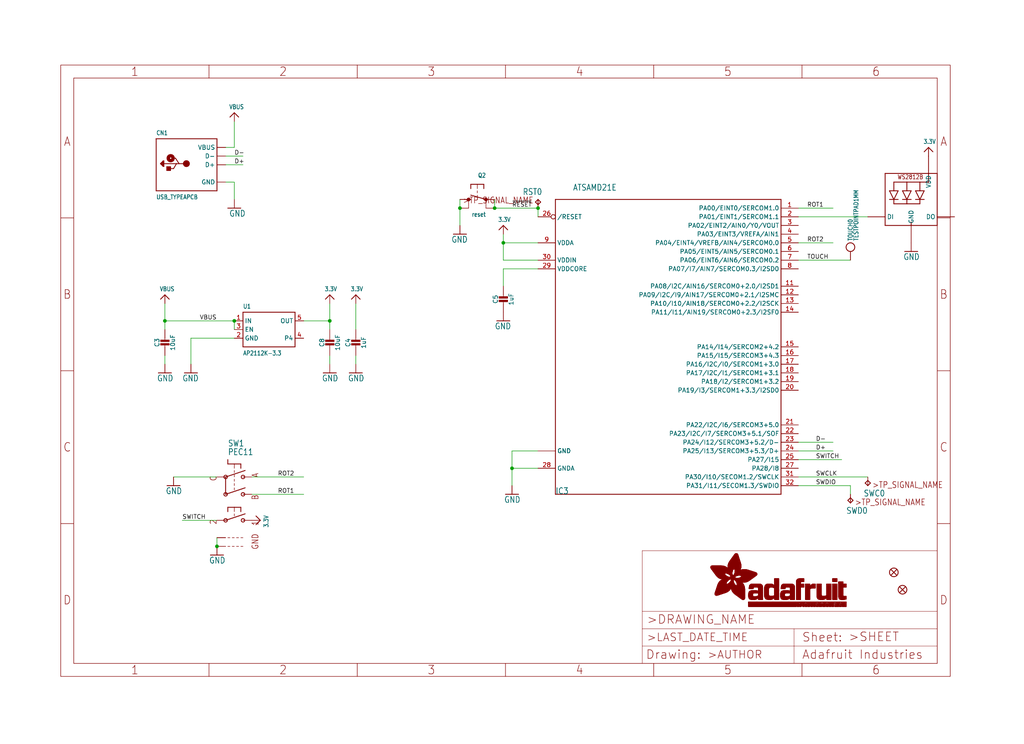
<source format=kicad_sch>
(kicad_sch (version 20211123) (generator eeschema)
  (paper "User" 299.72 217.881)
  (lib_symbols
    (symbol "eagleSchem-eagle-import:3.3V" (power)
      (property "Value" "3.3V" (at -1.524 1.016 0))
      (symbol "3.3V_1_0"
        (pin power_in line (at 0 -2.54 90) (length 2.54) (name "3.3V") (number "1"))
      )
    )
    (symbol "eagleSchem-eagle-import:ATSAMD21E"
      (property "Reference" "IC" (at -35.56 -43.18 0))
      (property "Value" "ATSAMD21E" (at -30.48 45.72 0))
      (symbol "ATSAMD21E_1_0"
        (pin bidirectional line (at 35.56 40.64 180) (length 5.08) (name "PA00/EINT0/SERCOM1.0") (number "1"))
        (pin power_in line (at -40.64 -30.48 0) (length 5.08) (name "GND") (number "10"))
        (pin bidirectional line (at 35.56 17.78 180) (length 5.08) (name "PA08/I2C/AIN16/SERCOM0+2.0/I2SD1") (number "11"))
        (pin bidirectional line (at 35.56 15.24 180) (length 5.08) (name "PA09/I2C/I9/AIN17/SERCOM0+2.1/I2SMC") (number "12"))
        (pin bidirectional line (at 35.56 12.7 180) (length 5.08) (name "PA10/I10/AIN18/SERCOM0+2.2/I2SCK") (number "13"))
        (pin bidirectional line (at 35.56 10.16 180) (length 5.08) (name "PA11/I11/AIN19/SERCOM0+2.3/I2SF0") (number "14"))
        (pin bidirectional line (at 35.56 0 180) (length 5.08) (name "PA14/I14/SERCOM2+4.2") (number "15"))
        (pin bidirectional line (at 35.56 -2.54 180) (length 5.08) (name "PA15/I15/SERCOM3+4.3") (number "16"))
        (pin bidirectional line (at 35.56 -5.08 180) (length 5.08) (name "PA16/I2C/I0/SERCOM1+3.0") (number "17"))
        (pin bidirectional line (at 35.56 -7.62 180) (length 5.08) (name "PA17/I2C/I1/SERCOM1+3.1") (number "18"))
        (pin bidirectional line (at 35.56 -10.16 180) (length 5.08) (name "PA18/I2/SERCOM1+3.2") (number "19"))
        (pin bidirectional line (at 35.56 38.1 180) (length 5.08) (name "PA01/EINT1/SERCOM1.1") (number "2"))
        (pin bidirectional line (at 35.56 -12.7 180) (length 5.08) (name "PA19/I3/SERCOM1+3.3/I2SD0") (number "20"))
        (pin bidirectional line (at 35.56 -22.86 180) (length 5.08) (name "PA22/I2C/I6/SERCOM3+5.0") (number "21"))
        (pin bidirectional line (at 35.56 -25.4 180) (length 5.08) (name "PA23/I2C/I7/SERCOM3+5.1/SOF") (number "22"))
        (pin bidirectional line (at 35.56 -27.94 180) (length 5.08) (name "PA24/I12/SERCOM3+5.2/D-") (number "23"))
        (pin bidirectional line (at 35.56 -30.48 180) (length 5.08) (name "PA25/I13/SERCOM3+5.3/D+") (number "24"))
        (pin bidirectional line (at 35.56 -33.02 180) (length 5.08) (name "PA27/I15") (number "25"))
        (pin bidirectional inverted (at -40.64 38.1 0) (length 5.08) (name "/RESET") (number "26"))
        (pin bidirectional line (at 35.56 -35.56 180) (length 5.08) (name "PA28/I8") (number "27"))
        (pin power_in line (at -40.64 -35.56 0) (length 5.08) (name "GNDA") (number "28"))
        (pin power_in line (at -40.64 22.86 0) (length 5.08) (name "VDDCORE") (number "29"))
        (pin bidirectional line (at 35.56 35.56 180) (length 5.08) (name "PA02/EINT2/AIN0/Y0/VOUT") (number "3"))
        (pin power_in line (at -40.64 25.4 0) (length 5.08) (name "VDDIN") (number "30"))
        (pin bidirectional line (at 35.56 -38.1 180) (length 5.08) (name "PA30/I10/SECOM1.2/SWCLK") (number "31"))
        (pin bidirectional line (at 35.56 -40.64 180) (length 5.08) (name "PA31/I11/SECOM1.3/SWDIO") (number "32"))
        (pin power_in line (at -40.64 -30.48 0) (length 5.08) (name "GND") (number "33"))
        (pin bidirectional line (at 35.56 33.02 180) (length 5.08) (name "PA03/EINT3/VREFA/AIN1") (number "4"))
        (pin bidirectional line (at 35.56 30.48 180) (length 5.08) (name "PA04/EINT4/VREFB/AIN4/SERCOM0.0") (number "5"))
        (pin bidirectional line (at 35.56 27.94 180) (length 5.08) (name "PA05/EINT5/AIN5/SERCOM0.1") (number "6"))
        (pin bidirectional line (at 35.56 25.4 180) (length 5.08) (name "PA06/EINT6/AIN6/SERCOM0.2") (number "7"))
        (pin bidirectional line (at 35.56 22.86 180) (length 5.08) (name "PA07/I7/AIN7/SERCOM0.3/I2SD0") (number "8"))
        (pin power_in line (at -40.64 30.48 0) (length 5.08) (name "VDDA") (number "9"))
      )
    )
    (symbol "eagleSchem-eagle-import:CAP_CERAMIC0603_NO"
      (property "Reference" "C" (at -2.29 1.25 90))
      (property "Value" "CAP_CERAMIC0603_NO" (at 2.3 1.25 90))
      (symbol "CAP_CERAMIC0603_NO_1_0"
        (pin passive line (at 0 5.08 270) (length 2.54) (name "1") (number "1"))
        (pin passive line (at 0 -2.54 90) (length 2.54) (name "2") (number "2"))
      )
    )
    (symbol "eagleSchem-eagle-import:CAP_CERAMIC0805-NOOUTLINE"
      (property "Reference" "C" (at -2.29 1.25 90))
      (property "Value" "CAP_CERAMIC0805-NOOUTLINE" (at 2.3 1.25 90))
      (symbol "CAP_CERAMIC0805-NOOUTLINE_1_0"
        (pin passive line (at 0 5.08 270) (length 2.54) (name "1") (number "1"))
        (pin passive line (at 0 -2.54 90) (length 2.54) (name "2") (number "2"))
      )
    )
    (symbol "eagleSchem-eagle-import:ENCODER_PLUS_SWITCH_PEC11"
      (property "Reference" "SW" (at -1.905 13.97 0))
      (property "Value" "ENCODER_PLUS_SWITCH_PEC11" (at -1.905 11.43 0))
      (symbol "ENCODER_PLUS_SWITCH_PEC11_1_0"
        (text "1" (at 5.08 -7.62 900) (effects (font (size 1.778 1.5113)) (justify right top)))
        (text "2" (at -5.08 -8.89 900) (effects (font (size 1.778 1.5113)) (justify left bottom)))
        (text "A" (at 5.08 6.35 900) (effects (font (size 1.778 1.5113)) (justify right top)))
        (text "B" (at 5.08 0 900) (effects (font (size 1.778 1.5113)) (justify right top)))
        (text "C" (at -5.08 3.81 900) (effects (font (size 1.778 1.5113)) (justify left bottom)))
        (text "GND" (at 5.08 -11.43 900) (effects (font (size 1.778 1.5113)) (justify right top)))
        (pin passive line (at 5.08 -7.62 180) (length 2.54) (name "P$1") (number "P$1"))
        (pin passive line (at -5.08 -7.62 0) (length 2.54) (name "P$2") (number "P$2"))
        (pin passive line (at 5.08 5.08 180) (length 2.54) (name "P$A") (number "P$A"))
        (pin passive line (at 5.08 0 180) (length 2.54) (name "P$B") (number "P$B"))
        (pin passive line (at -5.08 5.08 0) (length 2.54) (name "P$C") (number "P$C"))
        (pin passive line (at -5.08 -12.7 0) (length 2.54) (name "P$GND1") (number "P$GND1"))
        (pin passive line (at -5.08 -15.24 0) (length 2.54) (name "P$GND2") (number "P$GND2"))
      )
    )
    (symbol "eagleSchem-eagle-import:FIDUCIAL_1MM")
    (symbol "eagleSchem-eagle-import:FRAME_A4_ADAFRUIT"
      (symbol "FRAME_A4_ADAFRUIT_0_0"
        (text "1" (at 21.6958 1.905 0) (effects (font (size 2.54 2.286))))
        (text "1" (at 21.6958 177.165 0) (effects (font (size 2.54 2.286))))
        (text "2" (at 65.0875 1.905 0) (effects (font (size 2.54 2.286))))
        (text "2" (at 65.0875 177.165 0) (effects (font (size 2.54 2.286))))
        (text "3" (at 108.4792 1.905 0) (effects (font (size 2.54 2.286))))
        (text "3" (at 108.4792 177.165 0) (effects (font (size 2.54 2.286))))
        (text "4" (at 151.8708 1.905 0) (effects (font (size 2.54 2.286))))
        (text "4" (at 151.8708 177.165 0) (effects (font (size 2.54 2.286))))
        (text "5" (at 195.2625 1.905 0) (effects (font (size 2.54 2.286))))
        (text "5" (at 195.2625 177.165 0) (effects (font (size 2.54 2.286))))
        (text "6" (at 238.6542 1.905 0) (effects (font (size 2.54 2.286))))
        (text "6" (at 238.6542 177.165 0) (effects (font (size 2.54 2.286))))
        (text "A" (at 1.905 156.6863 0) (effects (font (size 2.54 2.286))))
        (text "A" (at 258.445 156.6863 0) (effects (font (size 2.54 2.286))))
        (text "B" (at 1.905 111.9188 0) (effects (font (size 2.54 2.286))))
        (text "B" (at 258.445 111.9188 0) (effects (font (size 2.54 2.286))))
        (text "C" (at 1.905 67.1513 0) (effects (font (size 2.54 2.286))))
        (text "C" (at 258.445 67.1513 0) (effects (font (size 2.54 2.286))))
        (text "D" (at 1.905 22.3838 0) (effects (font (size 2.54 2.286))))
        (text "D" (at 258.445 22.3838 0) (effects (font (size 2.54 2.286))))
      )
      (symbol "FRAME_A4_ADAFRUIT_1_0"
        (text ">AUTHOR" (at 189.23 5.08 0) (effects (font (size 2.286 2.286)) (justify left bottom)))
        (text ">DRAWING_NAME" (at 171.45 15.24 0) (effects (font (size 2.54 2.54)) (justify left bottom)))
        (text ">LAST_DATE_TIME" (at 171.45 10.16 0) (effects (font (size 2.286 2.286)) (justify left bottom)))
        (text ">SHEET" (at 230.505 10.16 0) (effects (font (size 2.54 2.54)) (justify left bottom)))
        (text "Adafruit Industries" (at 216.916 4.953 0) (effects (font (size 2.54 2.54)) (justify left bottom)))
        (text "Drawing:" (at 171.196 4.953 0) (effects (font (size 2.54 2.54)) (justify left bottom)))
        (text "Sheet:" (at 216.916 10.033 0) (effects (font (size 2.54 2.54)) (justify left bottom)))
      )
    )
    (symbol "eagleSchem-eagle-import:GND" (power)
      (property "Value" "GND" (at -2.54 -2.54 0))
      (symbol "GND_1_0"
        (pin power_in line (at 0 2.54 270) (length 2.54) (name "GND") (number "1"))
      )
    )
    (symbol "eagleSchem-eagle-import:SWITCH_TACT_SMT4.6X2.8"
      (property "Reference" "SW" (at -2.54 6.35 0))
      (property "Value" "SWITCH_TACT_SMT4.6X2.8" (at -2.54 -5.08 0))
      (symbol "SWITCH_TACT_SMT4.6X2.8_1_0"
        (pin passive line (at -5.08 0 0) (length 2.54) (name "P") (number "A"))
        (pin passive line (at -5.08 -2.54 0) (length 2.54) (name "P1") (number "A'"))
        (pin passive line (at 5.08 0 180) (length 2.54) (name "S") (number "B"))
        (pin passive line (at 5.08 -2.54 180) (length 2.54) (name "S1") (number "B'"))
      )
    )
    (symbol "eagleSchem-eagle-import:TESTPOINTPAD1MM"
      (property "Reference" "TP" (at 0 5.588 90))
      (property "Value" "TESTPOINTPAD1MM" (at 1.651 5.588 90))
      (symbol "TESTPOINTPAD1MM_1_0"
        (pin bidirectional line (at 0 0 90) (length 2.54) (name "P$1") (number "P$1"))
      )
    )
    (symbol "eagleSchem-eagle-import:TPTP16R"
      (property "Reference" "TP" (at -1.27 1.27 0))
      (symbol "TPTP16R_1_0"
        (text ">TP_SIGNAL_NAME" (at 1.27 -1.27 0) (effects (font (size 1.778 1.5113)) (justify left bottom)))
        (pin input line (at 0 -2.54 90) (length 2.54) (name "TP") (number "TP"))
      )
    )
    (symbol "eagleSchem-eagle-import:USB_TYPEAPCB"
      (property "Reference" "X" (at -10.16 8.636 0))
      (property "Value" "USB_TYPEAPCB" (at -10.16 -10.16 0))
      (symbol "USB_TYPEAPCB_1_0"
        (pin power_in line (at 10.16 -5.08 180) (length 2.54) (name "GND") (number "GND"))
        (pin bidirectional line (at 10.16 2.54 180) (length 2.54) (name "D-") (number "USB_NEG"))
        (pin bidirectional line (at 10.16 0 180) (length 2.54) (name "D+") (number "USB_PLUS"))
        (pin power_in line (at 10.16 5.08 180) (length 2.54) (name "VBUS") (number "VCC"))
      )
    )
    (symbol "eagleSchem-eagle-import:VBUS" (power)
      (property "Value" "VBUS" (at -1.524 1.016 0))
      (symbol "VBUS_1_0"
        (pin power_in line (at 0 -2.54 90) (length 2.54) (name "VBUS") (number "1"))
      )
    )
    (symbol "eagleSchem-eagle-import:VREG_SOT23-5"
      (property "Reference" "U" (at -7.62 6.096 0))
      (property "Value" "VREG_SOT23-5" (at -7.62 -7.62 0))
      (symbol "VREG_SOT23-5_1_0"
        (pin power_in line (at -10.16 2.54 0) (length 2.54) (name "IN") (number "1"))
        (pin power_in line (at -10.16 -2.54 0) (length 2.54) (name "GND") (number "2"))
        (pin input line (at -10.16 0 0) (length 2.54) (name "EN") (number "3"))
        (pin bidirectional line (at 10.16 -2.54 180) (length 2.54) (name "P4") (number "4"))
        (pin power_in line (at 10.16 2.54 180) (length 2.54) (name "OUT") (number "5"))
      )
    )
    (symbol "eagleSchem-eagle-import:WS2812B_SK6805_1515"
      (symbol "WS2812B_SK6805_1515_1_0"
        (text "WS2812B" (at -4.064 8.382 0) (effects (font (size 1.27 1.0795)) (justify left bottom)))
        (pin input line (at -12.7 -2.54 0) (length 5.08) (name "DI") (number "1"))
        (pin power_in line (at 5.08 15.24 270) (length 5.08) (name "VDD") (number "2"))
        (pin output line (at 12.7 -2.54 180) (length 5.08) (name "DO") (number "3"))
        (pin power_in line (at 0 -10.16 90) (length 5.08) (name "GND") (number "4"))
      )
    )
  )
  (junction (at 134.62 60.96))
  (junction (at 149.86 137.16))
  (junction (at 48.26 93.98))
  (junction (at 96.52 93.98))
  (junction (at 147.32 71.12))
  (junction (at 144.78 60.96))
  (junction (at 157.48 60.96))
  (junction (at 63.5 160.02))
  (junction (at 68.58 93.98))
  (wire (pts (xy 134.62 66.04) (xy 134.62 60.96)))
  (wire (pts (xy 149.86 132.08) (xy 149.86 137.16)))
  (wire (pts (xy 48.26 93.98) (xy 48.26 88.9)))
  (wire (pts (xy 233.68 60.96) (xy 243.84 60.96)))
  (wire (pts (xy 66.04 53.34) (xy 68.58 53.34)))
  (wire (pts (xy 68.58 35.56) (xy 68.58 43.18)))
  (wire (pts (xy 157.48 132.08) (xy 149.86 132.08)))
  (wire (pts (xy 157.48 78.74) (xy 147.32 78.74)))
  (wire (pts (xy 157.48 137.16) (xy 149.86 137.16)))
  (wire (pts (xy 243.84 132.08) (xy 233.68 132.08)))
  (wire (pts (xy 233.68 134.62) (xy 246.38 134.62)))
  (wire (pts (xy 48.26 93.98) (xy 68.58 93.98)))
  (wire (pts (xy 63.5 160.02) (xy 63.5 157.48)))
  (wire (pts (xy 104.14 106.68) (xy 104.14 104.14)))
  (wire (pts (xy 66.04 45.72) (xy 71.12 45.72)))
  (wire (pts (xy 68.58 96.52) (xy 68.58 93.98)))
  (wire (pts (xy 147.32 76.2) (xy 147.32 71.12)))
  (wire (pts (xy 134.62 58.42) (xy 134.62 60.96)))
  (wire (pts (xy 233.68 142.24) (xy 248.92 142.24)))
  (wire (pts (xy 96.52 93.98) (xy 96.52 96.52)))
  (wire (pts (xy 248.92 142.24) (xy 248.92 144.78)))
  (wire (pts (xy 63.5 139.7) (xy 50.8 139.7)))
  (wire (pts (xy 96.52 93.98) (xy 88.9 93.98)))
  (wire (pts (xy 96.52 106.68) (xy 96.52 104.14)))
  (wire (pts (xy 233.68 129.54) (xy 243.84 129.54)))
  (wire (pts (xy 147.32 78.74) (xy 147.32 83.82)))
  (wire (pts (xy 73.66 144.78) (xy 88.9 144.78)))
  (wire (pts (xy 144.78 60.96) (xy 144.78 58.42)))
  (wire (pts (xy 233.68 71.12) (xy 243.84 71.12)))
  (wire (pts (xy 73.66 139.7) (xy 88.9 139.7)))
  (wire (pts (xy 233.68 76.2) (xy 248.92 76.2)))
  (wire (pts (xy 233.68 139.7) (xy 254 139.7)))
  (wire (pts (xy 149.86 137.16) (xy 149.86 142.24)))
  (wire (pts (xy 66.04 48.26) (xy 71.12 48.26)))
  (wire (pts (xy 233.68 63.5) (xy 254 63.5)))
  (wire (pts (xy 157.48 60.96) (xy 157.48 63.5)))
  (wire (pts (xy 48.26 96.52) (xy 48.26 93.98)))
  (wire (pts (xy 157.48 76.2) (xy 147.32 76.2)))
  (wire (pts (xy 104.14 88.9) (xy 104.14 96.52)))
  (wire (pts (xy 96.52 88.9) (xy 96.52 93.98)))
  (wire (pts (xy 147.32 71.12) (xy 147.32 68.58)))
  (wire (pts (xy 55.88 99.06) (xy 55.88 106.68)))
  (wire (pts (xy 66.04 43.18) (xy 68.58 43.18)))
  (wire (pts (xy 68.58 53.34) (xy 68.58 58.42)))
  (wire (pts (xy 157.48 71.12) (xy 147.32 71.12)))
  (wire (pts (xy 68.58 99.06) (xy 55.88 99.06)))
  (wire (pts (xy 63.5 152.4) (xy 53.34 152.4)))
  (wire (pts (xy 48.26 106.68) (xy 48.26 104.14)))
  (wire (pts (xy 144.78 60.96) (xy 157.48 60.96)))
  (label "D+" (at 238.76 132.08 0) (effects (font (size 1.2446 1.2446))))
  (label "SWCLK" (at 238.76 139.7 0) (effects (font (size 1.2446 1.2446))))
  (label "~{RESET}" (at 149.86 60.96 0) (effects (font (size 1.2446 1.2446))))
  (label "D-" (at 238.76 129.54 0) (effects (font (size 1.2446 1.2446))))
  (label "TOUCH" (at 236.22 76.2 0) (effects (font (size 1.2446 1.2446))))
  (label "ROT1" (at 236.22 60.96 0) (effects (font (size 1.2446 1.2446))))
  (label "D-" (at 68.58 45.72 0) (effects (font (size 1.2446 1.2446))))
  (label "ROT2" (at 236.22 71.12 0) (effects (font (size 1.2446 1.2446))))
  (label "SWITCH" (at 238.76 134.62 0) (effects (font (size 1.2446 1.2446))))
  (label "ROT2" (at 81.28 139.7 0) (effects (font (size 1.2446 1.2446))))
  (label "VBUS" (at 58.42 93.98 0) (effects (font (size 1.2446 1.2446))))
  (label "D+" (at 68.58 48.26 0) (effects (font (size 1.2446 1.2446))))
  (label "SWDIO" (at 238.76 142.24 0) (effects (font (size 1.2446 1.2446))))
  (label "SWITCH" (at 53.34 152.4 0) (effects (font (size 1.2446 1.2446))))
  (label "ROT1" (at 81.28 144.78 0) (effects (font (size 1.2446 1.2446))))
  (symbol (lib_id "eagleSchem-eagle-import:CAP_CERAMIC0603_NO") (at 147.32 88.9 0) (unit 1)
    (property "Reference" "C5" (at 145.03 87.65 90))
    (property "Value" "1uF" (at 149.62 87.65 90))
    (property "Footprint" "eagleSchem:0603-NO" (effects hide))
  )
  (symbol (lib_id "eagleSchem-eagle-import:3.3V") (at 147.32 66.04 0) (unit 1)
    (property "Reference" "#U$18" (effects hide))
    (property "Value" "3.3V" (at 145.796 65.024 0) (effects (font (size 1.27 1.0795)) (justify left bottom)))
    (property "Footprint" "eagleSchem:" (effects hide))
  )
  (symbol (lib_id "eagleSchem-eagle-import:TPTP16R") (at 248.92 147.32 0) (mirror x) (unit 1)
    (property "Reference" "SWD0" (at 247.65 148.59 0) (effects (font (size 1.778 1.5113)) (justify left bottom)))
    (property "Value" "TPTP16R" (effects hide))
    (property "Footprint" "eagleSchem:TP16R" (effects hide))
  )
  (symbol (lib_id "eagleSchem-eagle-import:GND") (at 63.5 162.56 0) (mirror y) (unit 1)
    (property "Reference" "#GND1" (effects hide))
    (property "Value" "GND" (at 66.04 165.1 0) (effects (font (size 1.778 1.5113)) (justify left bottom)))
    (property "Footprint" "eagleSchem:" (effects hide))
  )
  (symbol (lib_id "eagleSchem-eagle-import:TPTP16R") (at 157.48 58.42 0) (mirror y) (unit 1)
    (property "Reference" "RST0" (at 158.75 57.15 0) (effects (font (size 1.778 1.5113)) (justify left bottom)))
    (property "Value" "TPTP16R" (effects hide))
    (property "Footprint" "eagleSchem:TP16R" (effects hide))
  )
  (symbol (lib_id "eagleSchem-eagle-import:GND") (at 266.7 73.66 0) (mirror y) (unit 1)
    (property "Reference" "#GND6" (effects hide))
    (property "Value" "GND" (at 269.24 76.2 0) (effects (font (size 1.778 1.5113)) (justify left bottom)))
    (property "Footprint" "eagleSchem:" (effects hide))
  )
  (symbol (lib_id "eagleSchem-eagle-import:3.3V") (at 96.52 86.36 0) (unit 1)
    (property "Reference" "#U$17" (effects hide))
    (property "Value" "3.3V" (at 94.996 85.344 0) (effects (font (size 1.27 1.0795)) (justify left bottom)))
    (property "Footprint" "eagleSchem:" (effects hide))
  )
  (symbol (lib_id "eagleSchem-eagle-import:FRAME_A4_ADAFRUIT") (at 17.78 198.12 0) (unit 1)
    (property "Reference" "#U$1" (effects hide))
    (property "Value" "FRAME_A4_ADAFRUIT" (effects hide))
    (property "Footprint" "eagleSchem:" (effects hide))
  )
  (symbol (lib_id "eagleSchem-eagle-import:GND") (at 104.14 109.22 0) (mirror y) (unit 1)
    (property "Reference" "#GND5" (effects hide))
    (property "Value" "GND" (at 106.68 111.76 0) (effects (font (size 1.778 1.5113)) (justify left bottom)))
    (property "Footprint" "eagleSchem:" (effects hide))
  )
  (symbol (lib_id "eagleSchem-eagle-import:3.3V") (at 104.14 86.36 0) (unit 1)
    (property "Reference" "#U$20" (effects hide))
    (property "Value" "3.3V" (at 102.616 85.344 0) (effects (font (size 1.27 1.0795)) (justify left bottom)))
    (property "Footprint" "eagleSchem:" (effects hide))
  )
  (symbol (lib_id "eagleSchem-eagle-import:GND") (at 48.26 109.22 0) (mirror y) (unit 1)
    (property "Reference" "#GND3" (effects hide))
    (property "Value" "GND" (at 50.8 111.76 0) (effects (font (size 1.778 1.5113)) (justify left bottom)))
    (property "Footprint" "eagleSchem:" (effects hide))
  )
  (symbol (lib_id "eagleSchem-eagle-import:FIDUCIAL_1MM") (at 264.16 172.72 0) (unit 1)
    (property "Reference" "FID2" (effects hide))
    (property "Value" "FIDUCIAL_1MM" (effects hide))
    (property "Footprint" "eagleSchem:FIDUCIAL_1MM" (effects hide))
  )
  (symbol (lib_id "eagleSchem-eagle-import:VBUS") (at 48.26 86.36 0) (unit 1)
    (property "Reference" "#U$13" (effects hide))
    (property "Value" "VBUS" (at 46.736 85.344 0) (effects (font (size 1.27 1.0795)) (justify left bottom)))
    (property "Footprint" "eagleSchem:" (effects hide))
  )
  (symbol (lib_id "eagleSchem-eagle-import:WS2812B_SK6805_1515") (at 266.7 60.96 0) (unit 1)
    (property "Reference" "LED1" (effects hide))
    (property "Value" "WS2812B_SK6805_1515" (effects hide))
    (property "Footprint" "eagleSchem:SK6805_1515" (effects hide))
  )
  (symbol (lib_id "eagleSchem-eagle-import:VREG_SOT23-5") (at 78.74 96.52 0) (unit 1)
    (property "Reference" "U1" (at 71.12 90.424 0) (effects (font (size 1.27 1.0795)) (justify left bottom)))
    (property "Value" "AP2112K-3.3" (at 71.12 104.14 0) (effects (font (size 1.27 1.0795)) (justify left bottom)))
    (property "Footprint" "eagleSchem:SOT23-5" (effects hide))
  )
  (symbol (lib_id "eagleSchem-eagle-import:GND") (at 149.86 144.78 0) (mirror y) (unit 1)
    (property "Reference" "#GND18" (effects hide))
    (property "Value" "GND" (at 152.4 147.32 0) (effects (font (size 1.778 1.5113)) (justify left bottom)))
    (property "Footprint" "eagleSchem:" (effects hide))
  )
  (symbol (lib_id "eagleSchem-eagle-import:GND") (at 68.58 60.96 0) (unit 1)
    (property "Reference" "#U$2" (effects hide))
    (property "Value" "GND" (at 67.056 63.5 0) (effects (font (size 1.778 1.5113)) (justify left bottom)))
    (property "Footprint" "eagleSchem:" (effects hide))
  )
  (symbol (lib_id "eagleSchem-eagle-import:FIDUCIAL_1MM") (at 261.62 167.64 0) (unit 1)
    (property "Reference" "FID1" (effects hide))
    (property "Value" "FIDUCIAL_1MM" (effects hide))
    (property "Footprint" "eagleSchem:FIDUCIAL_1MM" (effects hide))
  )
  (symbol (lib_id "eagleSchem-eagle-import:3.3V") (at 271.78 43.18 0) (unit 1)
    (property "Reference" "#U$3" (effects hide))
    (property "Value" "3.3V" (at 270.256 42.164 0) (effects (font (size 1.27 1.0795)) (justify left bottom)))
    (property "Footprint" "eagleSchem:" (effects hide))
  )
  (symbol (lib_id "eagleSchem-eagle-import:GND") (at 147.32 93.98 0) (unit 1)
    (property "Reference" "#GND7" (effects hide))
    (property "Value" "GND" (at 144.78 96.52 0) (effects (font (size 1.778 1.5113)) (justify left bottom)))
    (property "Footprint" "eagleSchem:" (effects hide))
  )
  (symbol (lib_id "eagleSchem-eagle-import:SWITCH_TACT_SMT4.6X2.8") (at 139.7 58.42 0) (mirror y) (unit 1)
    (property "Reference" "Q2" (at 142.24 52.07 0) (effects (font (size 1.27 1.0795)) (justify left bottom)))
    (property "Value" "reset" (at 142.24 63.5 0) (effects (font (size 1.27 1.0795)) (justify left bottom)))
    (property "Footprint" "eagleSchem:BTN_KMR2_4.6X2.8" (effects hide))
  )
  (symbol (lib_id "eagleSchem-eagle-import:USB_TYPEAPCB") (at 55.88 48.26 0) (unit 1)
    (property "Reference" "CN1" (at 45.72 39.624 0) (effects (font (size 1.27 1.0795)) (justify left bottom)))
    (property "Value" "USB_TYPEAPCB" (at 45.72 58.42 0) (effects (font (size 1.27 1.0795)) (justify left bottom)))
    (property "Footprint" "eagleSchem:USBA_PCB" (effects hide))
  )
  (symbol (lib_id "eagleSchem-eagle-import:VBUS") (at 68.58 33.02 0) (unit 1)
    (property "Reference" "#U$15" (effects hide))
    (property "Value" "VBUS" (at 67.056 32.004 0) (effects (font (size 1.27 1.0795)) (justify left bottom)))
    (property "Footprint" "eagleSchem:" (effects hide))
  )
  (symbol (lib_id "eagleSchem-eagle-import:ENCODER_PLUS_SWITCH_PEC11") (at 68.58 144.78 0) (unit 1)
    (property "Reference" "SW1" (at 66.675 130.81 0) (effects (font (size 1.778 1.5113)) (justify left bottom)))
    (property "Value" "PEC11" (at 66.675 133.35 0) (effects (font (size 1.778 1.5113)) (justify left bottom)))
    (property "Footprint" "eagleSchem:PEC11+SWITCH" (effects hide))
  )
  (symbol (lib_id "eagleSchem-eagle-import:GND") (at 55.88 109.22 0) (unit 1)
    (property "Reference" "#GND11" (effects hide))
    (property "Value" "GND" (at 53.34 111.76 0) (effects (font (size 1.778 1.5113)) (justify left bottom)))
    (property "Footprint" "eagleSchem:" (effects hide))
  )
  (symbol (lib_id "eagleSchem-eagle-import:ATSAMD21E") (at 198.12 101.6 0) (unit 1)
    (property "Reference" "IC3" (at 162.56 144.78 0) (effects (font (size 1.778 1.5113)) (justify left bottom)))
    (property "Value" "ATSAMD21E" (at 167.64 55.88 0) (effects (font (size 1.778 1.5113)) (justify left bottom)))
    (property "Footprint" "eagleSchem:QFN32_5MM" (effects hide))
  )
  (symbol (lib_id "eagleSchem-eagle-import:TPTP16R") (at 254 142.24 0) (mirror x) (unit 1)
    (property "Reference" "SWC0" (at 252.73 143.51 0) (effects (font (size 1.778 1.5113)) (justify left bottom)))
    (property "Value" "TPTP16R" (effects hide))
    (property "Footprint" "eagleSchem:TP16R" (effects hide))
  )
  (symbol (lib_id "eagleSchem-eagle-import:GND") (at 50.8 142.24 0) (mirror y) (unit 1)
    (property "Reference" "#GND4" (effects hide))
    (property "Value" "GND" (at 53.34 144.78 0) (effects (font (size 1.778 1.5113)) (justify left bottom)))
    (property "Footprint" "eagleSchem:" (effects hide))
  )
  (symbol (lib_id "eagleSchem-eagle-import:CAP_CERAMIC0805-NOOUTLINE") (at 48.26 101.6 0) (unit 1)
    (property "Reference" "C3" (at 45.97 100.35 90))
    (property "Value" "10uF" (at 50.56 100.35 90))
    (property "Footprint" "eagleSchem:0805-NO" (effects hide))
  )
  (symbol (lib_id "eagleSchem-eagle-import:GND") (at 96.52 109.22 0) (mirror y) (unit 1)
    (property "Reference" "#GND12" (effects hide))
    (property "Value" "GND" (at 99.06 111.76 0) (effects (font (size 1.778 1.5113)) (justify left bottom)))
    (property "Footprint" "eagleSchem:" (effects hide))
  )
  (symbol (lib_id "eagleSchem-eagle-import:3.3V") (at 76.2 152.4 270) (unit 1)
    (property "Reference" "#U$4" (effects hide))
    (property "Value" "3.3V" (at 77.216 150.876 0) (effects (font (size 1.27 1.0795)) (justify left bottom)))
    (property "Footprint" "eagleSchem:" (effects hide))
  )
  (symbol (lib_id "eagleSchem-eagle-import:TESTPOINTPAD1MM") (at 248.92 76.2 0) (unit 1)
    (property "Reference" "TOUCH0" (at 248.92 70.612 90) (effects (font (size 1.27 1.0795)) (justify left)))
    (property "Value" "TESTPOINTPAD1MM" (at 250.571 70.612 90) (effects (font (size 1.27 1.0795)) (justify left)))
    (property "Footprint" "eagleSchem:TESTPOINT_PAD_1MM" (effects hide))
  )
  (symbol (lib_id "eagleSchem-eagle-import:GND") (at 134.62 68.58 0) (unit 1)
    (property "Reference" "#GND14" (effects hide))
    (property "Value" "GND" (at 132.08 71.12 0) (effects (font (size 1.778 1.5113)) (justify left bottom)))
    (property "Footprint" "eagleSchem:" (effects hide))
  )
  (symbol (lib_id "eagleSchem-eagle-import:CAP_CERAMIC0805-NOOUTLINE") (at 96.52 101.6 0) (unit 1)
    (property "Reference" "C8" (at 94.23 100.35 90))
    (property "Value" "10uF" (at 98.82 100.35 90))
    (property "Footprint" "eagleSchem:0805-NO" (effects hide))
  )
  (symbol (lib_id "eagleSchem-eagle-import:CAP_CERAMIC0603_NO") (at 104.14 101.6 0) (unit 1)
    (property "Reference" "C4" (at 101.85 100.35 90))
    (property "Value" "1uF" (at 106.44 100.35 90))
    (property "Footprint" "eagleSchem:0603-NO" (effects hide))
  )
)
</source>
